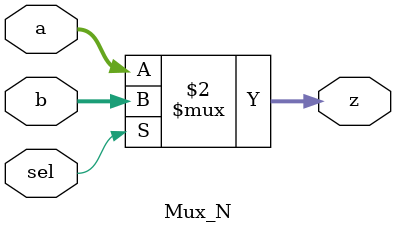
<source format=v>
`timescale	1ns/10ps


module Mux_N #(
	parameter WIDTH = 12)(sel,a,b,z);
input [WIDTH-1:0] a,b;
output [WIDTH-1:0]z;
input sel;

assign z = (sel==0) ? a : b;
endmodule

</source>
